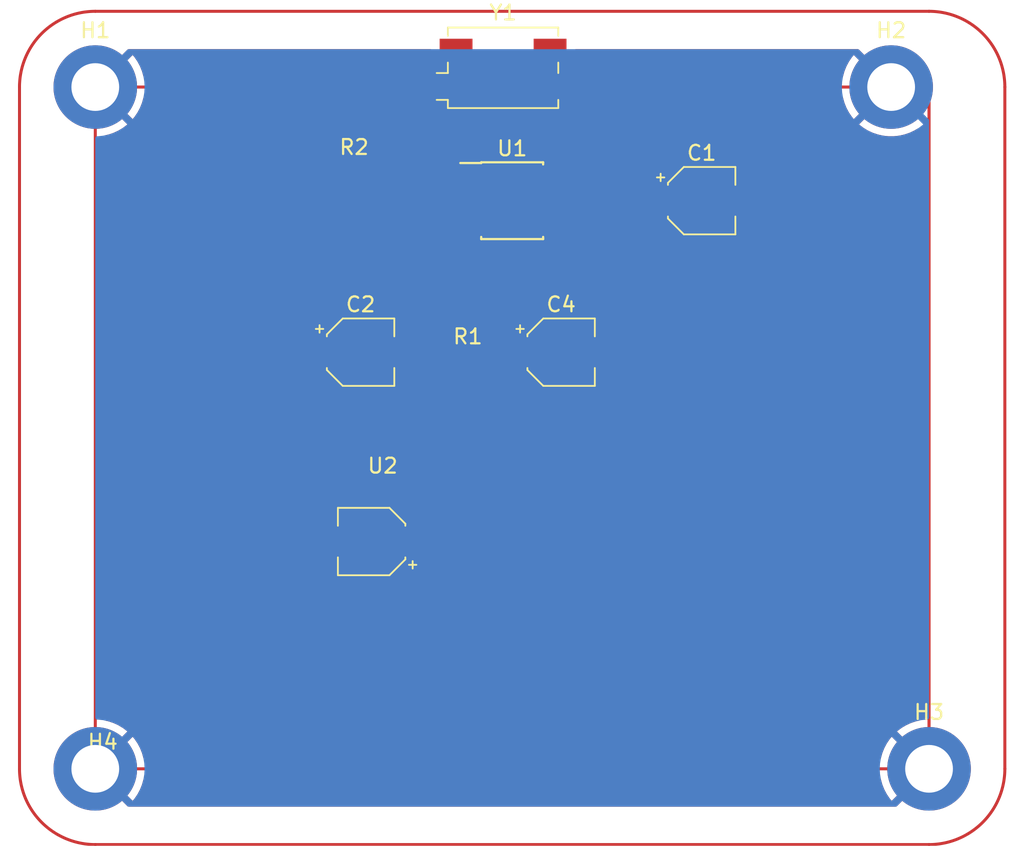
<source format=kicad_pcb>
(kicad_pcb (version 20221018) (generator pcbnew)
  (layers (0 "F.Cu" signal) (31 "B.Cu" signal) (34 "B.Paste" user) (35 "F.Paste" user) (36 "B.SilkS" user "B.Silkscreen") (37 "F.SilkS" user "F.Silkscreen") (38 "B.Mask" user) (39 "F.Mask" user) (44 "Edge.Cuts" user))
  (net 0 "")
  (net 1 "Q_IN")
  (net 2 "GND")
  (net 3 "Net-(U2-VS)")
  (net 4 "Net-(C4-Pad1)")
  (net 5 "Q_OUT")
  (net 6 "+3.3V")
  (net 8 "RXIR")
  (footprint "Crystal:Crystal_SMD_EuroQuartz_MQ-4Pin_7.0x5.0mm" (layer "F.Cu") (at 113.69 34.27)
    (fp_text reference "Y1" (at 0 -3.7) (layer "F.SilkS"))
    (fp_text value "ABLS-7.3728MHz-20-B-3-H-T")
    (fp_line (start -4.45 0.35) (end -3.7 0.35) (stroke (width 0.12)) (layer "F.SilkS"))
    (fp_line (start -4.45 2.15) (end -3.7 2.15) (stroke (width 0.12)) (layer "F.SilkS"))
    (fp_line (start -3.7 -2.7) (end 3.7 -2.7) (stroke (width 0.12)) (layer "F.SilkS"))
    (fp_line (start -3.7 -2.15) (end -3.7 -2.7) (stroke (width 0.12)) (layer "F.SilkS"))
    (fp_line (start -3.7 0.35) (end -3.7 -0.35) (stroke (width 0.12)) (layer "F.SilkS"))
    (fp_line (start -3.7 2.15) (end -3.7 2.7) (stroke (width 0.12)) (layer "F.SilkS"))
    (fp_line (start -3.7 2.7) (end 3.7 2.7) (stroke (width 0.12)) (layer "F.SilkS"))
    (fp_line (start 3.7 -2.7) (end 3.7 -2.15) (stroke (width 0.12)) (layer "F.SilkS"))
    (fp_line (start 3.7 -0.35) (end 3.7 0.35) (stroke (width 0.12)) (layer "F.SilkS"))
    (fp_line (start 3.7 2.7) (end 3.7 2.15) (stroke (width 0.12)) (layer "F.SilkS"))
    (pad "1" smd rect (at -3.15 1.25) (size 2.2 1.4) (layers "F.Cu" "F.Paste" "F.Mask") (net 1 "Q_IN"))
    (pad "2" smd rect (at 3.15 1.25) (size 2.2 1.4) (layers "F.Cu" "F.Paste" "F.Mask") (net 4 "Net-(C4-Pad1)"))
    (pad "3" smd rect (at 3.15 -1.25) (size 2.2 1.4) (layers "F.Cu" "F.Paste" "F.Mask"))
    (pad "4" smd rect (at -3.15 -1.25) (size 2.2 1.4) (layers "F.Cu" "F.Paste" "F.Mask"))
  )
  (footprint "Capacitor_SMD:CP_Elec_4x5.7" (layer "F.Cu") (at 117.58 53.34)
    (fp_text reference "C4" (at 0 -3.2) (layer "F.SilkS"))
    (fp_text value "15 pF")
    (fp_line (start -3 -1.56) (end -2.5 -1.56) (stroke (width 0.12)) (layer "F.SilkS"))
    (fp_line (start -2.75 -1.81) (end -2.75 -1.31) (stroke (width 0.12)) (layer "F.SilkS"))
    (fp_line (start -2.26 -1.195563) (end -2.26 -1.06) (stroke (width 0.12)) (layer "F.SilkS"))
    (fp_line (start -2.26 -1.195563) (end -1.195563 -2.26) (stroke (width 0.12)) (layer "F.SilkS"))
    (fp_line (start -2.26 1.195563) (end -2.26 1.06) (stroke (width 0.12)) (layer "F.SilkS"))
    (fp_line (start -2.26 1.195563) (end -1.195563 2.26) (stroke (width 0.12)) (layer "F.SilkS"))
    (fp_line (start -1.195563 -2.26) (end 2.26 -2.26) (stroke (width 0.12)) (layer "F.SilkS"))
    (fp_line (start -1.195563 2.26) (end 2.26 2.26) (stroke (width 0.12)) (layer "F.SilkS"))
    (fp_line (start 2.26 -2.26) (end 2.26 -1.06) (stroke (width 0.12)) (layer "F.SilkS"))
    (fp_line (start 2.26 2.26) (end 2.26 1.06) (stroke (width 0.12)) (layer "F.SilkS"))
    (pad "1" smd roundrect (at -1.8 0) (size 2.6 1.6) (layers "F.Cu" "F.Paste" "F.Mask") (roundrect_rratio 0.15625) (net 4 "Net-(C4-Pad1)"))
    (pad "2" smd roundrect (at 1.8 0) (size 2.6 1.6) (layers "F.Cu" "F.Paste" "F.Mask") (roundrect_rratio 0.15625) (net 2 "GND"))
  )
  (footprint "Resistor_SMD:R_0201_0603Metric_Pad0.64x0.40mm_HandSolder" (layer "F.Cu") (at 103.7075 40.64)
    (fp_text reference "R2" (at 0 -1.05) (layer "F.SilkS"))
    (fp_text value "30k")
    (pad "1" smd roundrect (at -0.4075 0) (size 0.635 0.4) (layers "F.Cu" "F.Mask") (net 3 "Net-(U2-VS)"))
    (pad "2" smd roundrect (at 0.4075 0) (size 0.635 0.4) (layers "F.Cu" "F.Mask") (net 6 "+3.3V"))
  )
  (footprint "MountingHole:MountingHole_3.2mm_M3_DIN965_Pad" (layer "F.Cu") (at 86.36 81.28)
    (fp_text reference "H4" (at 0.5 -1.805) (layer "F.SilkS"))
    (fp_text value "Mounting Hole 4")
    (pad "1" thru_hole circle (at 0 0) (size 5.6 5.6) (drill 3.2) (layers "*.Cu" "*.Mask") (net 2 "GND"))
  )
  (footprint "MountingHole:MountingHole_3.2mm_M3_DIN965_Pad" (layer "F.Cu") (at 139.7 35.56)
    (fp_text reference "H2" (at 0 -3.8) (layer "F.SilkS"))
    (fp_text value "Mounting Hole 2")
    (pad "1" thru_hole circle (at 0 0) (size 5.6 5.6) (drill 3.2) (layers "*.Cu" "*.Mask") (net 2 "GND"))
  )
  (footprint "Package_SO:SOIC-8-N7_3.9x4.9mm_P1.27mm" (layer "F.Cu") (at 114.3 43.18)
    (fp_text reference "U1" (at 0 -3.5) (layer "F.SilkS"))
    (fp_text value "MCP2120-I/P")
    (fp_line (start -2.075 -2.575) (end -2.075 -2.525) (stroke (width 0.15)) (layer "F.SilkS"))
    (fp_line (start -2.075 -2.575) (end 2.075 -2.575) (stroke (width 0.15)) (layer "F.SilkS"))
    (fp_line (start -2.075 -2.525) (end -3.475 -2.525) (stroke (width 0.15)) (layer "F.SilkS"))
    (fp_line (start -2.075 2.575) (end -2.075 2.43) (stroke (width 0.15)) (layer "F.SilkS"))
    (fp_line (start -2.075 2.575) (end 2.075 2.575) (stroke (width 0.15)) (layer "F.SilkS"))
    (fp_line (start 2.075 -2.575) (end 2.075 -2.43) (stroke (width 0.15)) (layer "F.SilkS"))
    (fp_line (start 2.075 2.575) (end 2.075 2.43) (stroke (width 0.15)) (layer "F.SilkS"))
    (pad "1" smd rect (at -2.7 -1.905) (size 1.55 0.6) (layers "F.Cu" "F.Paste" "F.Mask") (net 6 "+3.3V"))
    (pad "2" smd rect (at -2.7 -0.635) (size 1.55 0.6) (layers "F.Cu" "F.Paste" "F.Mask") (net 1 "Q_IN"))
    (pad "3" smd rect (at -2.7 0.635) (size 1.55 0.6) (layers "F.Cu" "F.Paste" "F.Mask") (net 5 "Q_OUT"))
    (pad "4" smd rect (at -2.7 1.905) (size 1.55 0.6) (layers "F.Cu" "F.Paste" "F.Mask"))
    (pad "5" smd rect (at 2.7 1.905) (size 1.55 0.6) (layers "F.Cu" "F.Paste" "F.Mask") (net 8 "RXIR"))
    (pad "6" smd rect (at 2.7 0.635) (size 1.55 0.6) (layers "F.Cu" "F.Paste" "F.Mask"))
    (pad "8" smd rect (at 2.7 -1.905) (size 1.55 0.6) (layers "F.Cu" "F.Paste" "F.Mask"))
  )
  (footprint "Capacitor_SMD:CP_Elec_4x5.4" (layer "F.Cu") (at 127 43.18)
    (fp_text reference "C1" (at 0 -3.2) (layer "F.SilkS"))
    (fp_text value "4.7 pF")
    (fp_line (start -3 -1.56) (end -2.5 -1.56) (stroke (width 0.12)) (layer "F.SilkS"))
    (fp_line (start -2.75 -1.81) (end -2.75 -1.31) (stroke (width 0.12)) (layer "F.SilkS"))
    (fp_line (start -2.26 -1.195563) (end -2.26 -1.06) (stroke (width 0.12)) (layer "F.SilkS"))
    (fp_line (start -2.26 -1.195563) (end -1.195563 -2.26) (stroke (width 0.12)) (layer "F.SilkS"))
    (fp_line (start -2.26 1.195563) (end -2.26 1.06) (stroke (width 0.12)) (layer "F.SilkS"))
    (fp_line (start -2.26 1.195563) (end -1.195563 2.26) (stroke (width 0.12)) (layer "F.SilkS"))
    (fp_line (start -1.195563 -2.26) (end 2.26 -2.26) (stroke (width 0.12)) (layer "F.SilkS"))
    (fp_line (start -1.195563 2.26) (end 2.26 2.26) (stroke (width 0.12)) (layer "F.SilkS"))
    (fp_line (start 2.26 -2.26) (end 2.26 -1.06) (stroke (width 0.12)) (layer "F.SilkS"))
    (fp_line (start 2.26 2.26) (end 2.26 1.06) (stroke (width 0.12)) (layer "F.SilkS"))
    (pad "1" smd roundrect (at -1.8 0) (size 2.6 1.6) (layers "F.Cu" "F.Paste" "F.Mask") (roundrect_rratio 0.15625) (net 1 "Q_IN"))
    (pad "2" smd roundrect (at 1.8 0) (size 2.6 1.6) (layers "F.Cu" "F.Paste" "F.Mask") (roundrect_rratio 0.15625) (net 2 "GND"))
  )
  (footprint "MountingHole:MountingHole_3.2mm_M3_DIN965_Pad" (layer "F.Cu") (at 86.36 35.56)
    (fp_text reference "H1" (at 0 -3.8) (layer "F.SilkS"))
    (fp_text value "Mounting Hole 1")
    (pad "1" thru_hole circle (at 0 0) (size 5.6 5.6) (drill 3.2) (layers "*.Cu" "*.Mask") (net 2 "GND"))
  )
  (footprint "Capacitor_SMD:CP_Elec_4x5.4" (layer "F.Cu") (at 104.88 66.04 180)
    (fp_text reference "U2" (at -0.74 5.08) (layer "F.SilkS"))
    (fp_text value "TSOP75338WTT")
    (fp_line (start -3 -1.56) (end -2.5 -1.56) (stroke (width 0.12)) (layer "F.SilkS"))
    (fp_line (start -2.75 -1.81) (end -2.75 -1.31) (stroke (width 0.12)) (layer "F.SilkS"))
    (fp_line (start -2.26 -1.195563) (end -2.26 -1.06) (stroke (width 0.12)) (layer "F.SilkS"))
    (fp_line (start -2.26 -1.195563) (end -1.195563 -2.26) (stroke (width 0.12)) (layer "F.SilkS"))
    (fp_line (start -2.26 1.195563) (end -2.26 1.06) (stroke (width 0.12)) (layer "F.SilkS"))
    (fp_line (start -2.26 1.195563) (end -1.195563 2.26) (stroke (width 0.12)) (layer "F.SilkS"))
    (fp_line (start -1.195563 -2.26) (end 2.26 -2.26) (stroke (width 0.12)) (layer "F.SilkS"))
    (fp_line (start -1.195563 2.26) (end 2.26 2.26) (stroke (width 0.12)) (layer "F.SilkS"))
    (fp_line (start 2.26 -2.26) (end 2.26 -1.06) (stroke (width 0.12)) (layer "F.SilkS"))
    (fp_line (start 2.26 2.26) (end 2.26 1.06) (stroke (width 0.12)) (layer "F.SilkS"))
    (pad "1" smd roundrect (at -1.8 0 180) (size 2.6 1.6) (layers "F.Cu" "F.Paste" "F.Mask") (roundrect_rratio 0.15625) (net 2 "GND"))
    (pad "2" smd roundrect (at 1.8 0 180) (size 2.6 1.6) (layers "F.Cu" "F.Paste" "F.Mask") (roundrect_rratio 0.15625) (net 3 "Net-(U2-VS)"))
  )
  (footprint "MountingHole:MountingHole_3.2mm_M3_DIN965_Pad" (layer "F.Cu") (at 142.24 81.28)
    (fp_text reference "H3" (at 0 -3.8) (layer "F.SilkS"))
    (fp_text value "Mounting Hole 3")
    (pad "1" thru_hole circle (at 0 0) (size 5.6 5.6) (drill 3.2) (layers "*.Cu" "*.Mask") (net 2 "GND"))
  )
  (footprint "Capacitor_SMD:CP_Elec_4x5.7" (layer "F.Cu") (at 104.14 53.34)
    (fp_text reference "C2" (at 0 -3.2) (layer "F.SilkS"))
    (fp_text value "15 pF")
    (fp_line (start -3 -1.56) (end -2.5 -1.56) (stroke (width 0.12)) (layer "F.SilkS"))
    (fp_line (start -2.75 -1.81) (end -2.75 -1.31) (stroke (width 0.12)) (layer "F.SilkS"))
    (fp_line (start -2.26 -1.195563) (end -2.26 -1.06) (stroke (width 0.12)) (layer "F.SilkS"))
    (fp_line (start -2.26 -1.195563) (end -1.195563 -2.26) (stroke (width 0.12)) (layer "F.SilkS"))
    (fp_line (start -2.26 1.195563) (end -2.26 1.06) (stroke (width 0.12)) (layer "F.SilkS"))
    (fp_line (start -2.26 1.195563) (end -1.195563 2.26) (stroke (width 0.12)) (layer "F.SilkS"))
    (fp_line (start -1.195563 -2.26) (end 2.26 -2.26) (stroke (width 0.12)) (layer "F.SilkS"))
    (fp_line (start -1.195563 2.26) (end 2.26 2.26) (stroke (width 0.12)) (layer "F.SilkS"))
    (fp_line (start 2.26 -2.26) (end 2.26 -1.06) (stroke (width 0.12)) (layer "F.SilkS"))
    (fp_line (start 2.26 2.26) (end 2.26 1.06) (stroke (width 0.12)) (layer "F.SilkS"))
    (pad "1" smd roundrect (at -1.8 0) (size 2.6 1.6) (layers "F.Cu" "F.Paste" "F.Mask") (roundrect_rratio 0.15625) (net 3 "Net-(U2-VS)"))
    (pad "2" smd roundrect (at 1.8 0) (size 2.6 1.6) (layers "F.Cu" "F.Paste" "F.Mask") (roundrect_rratio 0.15625) (net 2 "GND"))
  )
  (footprint "Resistor_SMD:R_0201_0603Metric_Pad0.64x0.40mm_HandSolder" (layer "F.Cu") (at 111.3275 53.34)
    (fp_text reference "R1" (at 0 -1.05) (layer "F.SilkS"))
    (fp_text value "500 M")
    (pad "1" smd roundrect (at -0.4075 0) (size 0.635 0.4) (layers "F.Cu" "F.Mask") (net 4 "Net-(C4-Pad1)"))
    (pad "2" smd roundrect (at 0.4075 0) (size 0.635 0.4) (layers "F.Cu" "F.Mask") (net 5 "Q_OUT"))
  )
  (gr_line (start 86.36 30.48) (end 142.24 30.48) (stroke (width 0.2)) (layer "F.Cu"))
  (gr_line (start 86.36 35.56) (end 86.36 81.28) (stroke (width 0.2)) (layer "F.Cu"))
  (gr_line (start 86.36 86.36) (end 142.24 86.36) (stroke (width 0.2)) (layer "F.Cu"))
  (gr_line (start 86.36 81.28) (end 142.24 81.28) (stroke (width 0.2)) (layer "F.Cu"))
  (gr_line (start 81.28 35.56) (end 81.28 81.28) (stroke (width 0.2)) (layer "F.Cu"))
  (gr_arc (start 86.36 86.36) (mid 82.767898 84.872102) (end 81.28 81.28) (stroke (width 0.2)) (layer "F.Cu"))
  (gr_arc (start 142.24 30.48) (mid 145.832102 31.967898) (end 147.32 35.56) (stroke (width 0.2)) (layer "F.Cu"))
  (gr_line (start 142.24 35.56) (end 142.24 81.28) (stroke (width 0.2)) (layer "F.Cu"))
  (gr_line (start 86.36 35.56) (end 142.24 35.56) (stroke (width 0.2)) (layer "F.Cu"))
  (gr_line (start 147.32 81.28) (end 147.32 35.56) (stroke (width 0.2)) (layer "F.Cu"))
  (gr_arc (start 81.28 35.56) (mid 82.767898 31.967898) (end 86.36 30.48) (stroke (width 0.2)) (layer "F.Cu"))
  (gr_arc (start 147.32 81.28) (mid 145.832102 84.872102) (end 142.24 86.36) (stroke (width 0.2)) (layer "F.Cu"))
  (gr_line (start 142.24 81.28) (end 142.24 35.56) (stroke (width 0.2)) (layer "F.Cu"))
  (zone (net 2) (net_name "GND") (layer "F.Cu") (connect_pads (clearance 0.5)) (min_thickness 0.25) (fill yes (thermal_gap 0.5) (thermal_bridge_width 0.5))
    (polygon (pts (xy 86.36 33.02) (xy 142.24 33.02) (xy 142.24 83.82) (xy 86.36 83.82)))
  )
  (zone (net 2) (net_name "GND") (layer "B.Cu") (priority 1) (connect_pads (clearance 0.5)) (min_thickness 0.25) (fill yes (thermal_gap 0.5) (thermal_bridge_width 0.5))
    (polygon (pts (xy 86.36 33.02) (xy 142.24 33.02) (xy 142.24 83.82) (xy 86.36 83.82)))
  )
)
</source>
